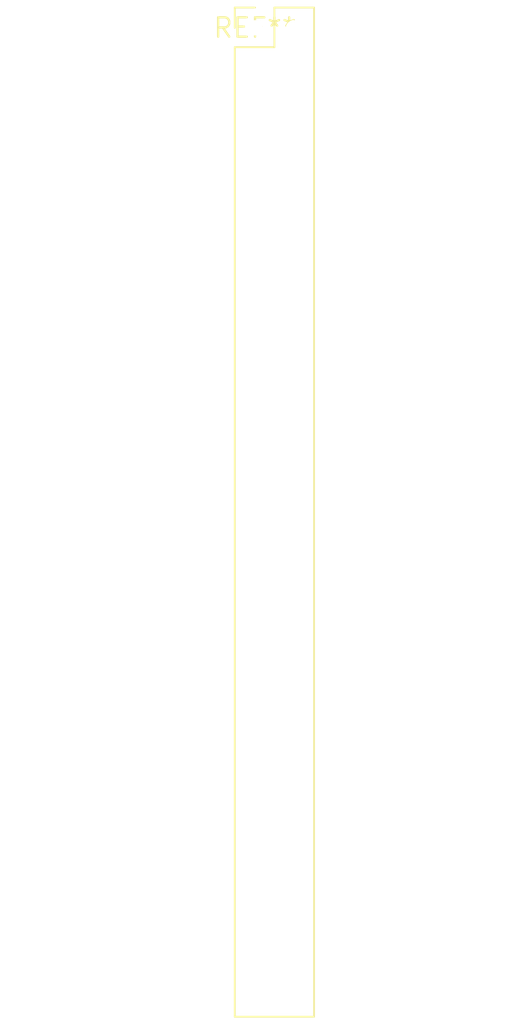
<source format=kicad_pcb>
(kicad_pcb (version 20240108) (generator pcbnew)
  (layers (0 "F.Cu" signal) (31 "B.Cu" signal) (34 "B.Paste" user) (35 "F.Paste" user) (36 "B.SilkS" user "B.Silkscreen") (37 "F.SilkS" user "F.Silkscreen") (38 "B.Mask" user) (39 "F.Mask" user) (44 "Edge.Cuts" user))
  (net 0 "")
  (footprint "PinHeader_2x26_P2.54mm_Vertical" (layer "F.Cu") (at 0 0)
    (property "Reference" "REF**")
    (property "Value" "PinHeader_2x26_P2.54mm_Vertical")
    (fp_line (start -1.33 -1.33) (end 0 -1.33) (layer "F.SilkS") (stroke (width 0.12)))
    (fp_line (start -1.33 0) (end -1.33 -1.33) (layer "F.SilkS") (stroke (width 0.12)))
    (fp_line (start -1.33 1.27) (end -1.33 64.83) (layer "F.SilkS") (stroke (width 0.12)))
    (fp_line (start -1.33 1.27) (end 1.27 1.27) (layer "F.SilkS") (stroke (width 0.12)))
    (fp_line (start -1.33 64.83) (end 3.87 64.83) (layer "F.SilkS") (stroke (width 0.12)))
    (fp_line (start 1.27 -1.33) (end 3.87 -1.33) (layer "F.SilkS") (stroke (width 0.12)))
    (fp_line (start 1.27 1.27) (end 1.27 -1.33) (layer "F.SilkS") (stroke (width 0.12)))
    (fp_line (start 3.87 -1.33) (end 3.87 64.83) (layer "F.SilkS") (stroke (width 0.12)))
    (pad "1" thru_hole rect (at 0 0) (size 1.7 1.7) (drill 1) (layers *.Cu *.Mask) (remove_unused_layers))
    (pad "2" thru_hole oval (at 2.54 0) (size 1.7 1.7) (drill 1) (layers *.Cu *.Mask) (remove_unused_layers))
    (pad "3" thru_hole oval (at 0 2.54) (size 1.7 1.7) (drill 1) (layers *.Cu *.Mask) (remove_unused_layers))
    (pad "4" thru_hole oval (at 2.54 2.54) (size 1.7 1.7) (drill 1) (layers *.Cu *.Mask) (remove_unused_layers))
    (pad "5" thru_hole oval (at 0 5.08) (size 1.7 1.7) (drill 1) (layers *.Cu *.Mask) (remove_unused_layers))
    (pad "6" thru_hole oval (at 2.54 5.08) (size 1.7 1.7) (drill 1) (layers *.Cu *.Mask) (remove_unused_layers))
    (pad "7" thru_hole oval (at 0 7.62) (size 1.7 1.7) (drill 1) (layers *.Cu *.Mask) (remove_unused_layers))
    (pad "8" thru_hole oval (at 2.54 7.62) (size 1.7 1.7) (drill 1) (layers *.Cu *.Mask) (remove_unused_layers))
    (pad "9" thru_hole oval (at 0 10.16) (size 1.7 1.7) (drill 1) (layers *.Cu *.Mask) (remove_unused_layers))
    (pad "10" thru_hole oval (at 2.54 10.16) (size 1.7 1.7) (drill 1) (layers *.Cu *.Mask) (remove_unused_layers))
    (pad "11" thru_hole oval (at 0 12.7) (size 1.7 1.7) (drill 1) (layers *.Cu *.Mask) (remove_unused_layers))
    (pad "12" thru_hole oval (at 2.54 12.7) (size 1.7 1.7) (drill 1) (layers *.Cu *.Mask) (remove_unused_layers))
    (pad "13" thru_hole oval (at 0 15.24) (size 1.7 1.7) (drill 1) (layers *.Cu *.Mask) (remove_unused_layers))
    (pad "14" thru_hole oval (at 2.54 15.24) (size 1.7 1.7) (drill 1) (layers *.Cu *.Mask) (remove_unused_layers))
    (pad "15" thru_hole oval (at 0 17.78) (size 1.7 1.7) (drill 1) (layers *.Cu *.Mask) (remove_unused_layers))
    (pad "16" thru_hole oval (at 2.54 17.78) (size 1.7 1.7) (drill 1) (layers *.Cu *.Mask) (remove_unused_layers))
    (pad "17" thru_hole oval (at 0 20.32) (size 1.7 1.7) (drill 1) (layers *.Cu *.Mask) (remove_unused_layers))
    (pad "18" thru_hole oval (at 2.54 20.32) (size 1.7 1.7) (drill 1) (layers *.Cu *.Mask) (remove_unused_layers))
    (pad "19" thru_hole oval (at 0 22.86) (size 1.7 1.7) (drill 1) (layers *.Cu *.Mask) (remove_unused_layers))
    (pad "20" thru_hole oval (at 2.54 22.86) (size 1.7 1.7) (drill 1) (layers *.Cu *.Mask) (remove_unused_layers))
    (pad "21" thru_hole oval (at 0 25.4) (size 1.7 1.7) (drill 1) (layers *.Cu *.Mask) (remove_unused_layers))
    (pad "22" thru_hole oval (at 2.54 25.4) (size 1.7 1.7) (drill 1) (layers *.Cu *.Mask) (remove_unused_layers))
    (pad "23" thru_hole oval (at 0 27.94) (size 1.7 1.7) (drill 1) (layers *.Cu *.Mask) (remove_unused_layers))
    (pad "24" thru_hole oval (at 2.54 27.94) (size 1.7 1.7) (drill 1) (layers *.Cu *.Mask) (remove_unused_layers))
    (pad "25" thru_hole oval (at 0 30.48) (size 1.7 1.7) (drill 1) (layers *.Cu *.Mask) (remove_unused_layers))
    (pad "26" thru_hole oval (at 2.54 30.48) (size 1.7 1.7) (drill 1) (layers *.Cu *.Mask) (remove_unused_layers))
    (pad "27" thru_hole oval (at 0 33.02) (size 1.7 1.7) (drill 1) (layers *.Cu *.Mask) (remove_unused_layers))
    (pad "28" thru_hole oval (at 2.54 33.02) (size 1.7 1.7) (drill 1) (layers *.Cu *.Mask) (remove_unused_layers))
    (pad "29" thru_hole oval (at 0 35.56) (size 1.7 1.7) (drill 1) (layers *.Cu *.Mask) (remove_unused_layers))
    (pad "30" thru_hole oval (at 2.54 35.56) (size 1.7 1.7) (drill 1) (layers *.Cu *.Mask) (remove_unused_layers))
    (pad "31" thru_hole oval (at 0 38.1) (size 1.7 1.7) (drill 1) (layers *.Cu *.Mask) (remove_unused_layers))
    (pad "32" thru_hole oval (at 2.54 38.1) (size 1.7 1.7) (drill 1) (layers *.Cu *.Mask) (remove_unused_layers))
    (pad "33" thru_hole oval (at 0 40.64) (size 1.7 1.7) (drill 1) (layers *.Cu *.Mask) (remove_unused_layers))
    (pad "34" thru_hole oval (at 2.54 40.64) (size 1.7 1.7) (drill 1) (layers *.Cu *.Mask) (remove_unused_layers))
    (pad "35" thru_hole oval (at 0 43.18) (size 1.7 1.7) (drill 1) (layers *.Cu *.Mask) (remove_unused_layers))
    (pad "36" thru_hole oval (at 2.54 43.18) (size 1.7 1.7) (drill 1) (layers *.Cu *.Mask) (remove_unused_layers))
    (pad "37" thru_hole oval (at 0 45.72) (size 1.7 1.7) (drill 1) (layers *.Cu *.Mask) (remove_unused_layers))
    (pad "38" thru_hole oval (at 2.54 45.72) (size 1.7 1.7) (drill 1) (layers *.Cu *.Mask) (remove_unused_layers))
    (pad "39" thru_hole oval (at 0 48.26) (size 1.7 1.7) (drill 1) (layers *.Cu *.Mask) (remove_unused_layers))
    (pad "40" thru_hole oval (at 2.54 48.26) (size 1.7 1.7) (drill 1) (layers *.Cu *.Mask) (remove_unused_layers))
    (pad "41" thru_hole oval (at 0 50.8) (size 1.7 1.7) (drill 1) (layers *.Cu *.Mask) (remove_unused_layers))
    (pad "42" thru_hole oval (at 2.54 50.8) (size 1.7 1.7) (drill 1) (layers *.Cu *.Mask) (remove_unused_layers))
    (pad "43" thru_hole oval (at 0 53.34) (size 1.7 1.7) (drill 1) (layers *.Cu *.Mask) (remove_unused_layers))
    (pad "44" thru_hole oval (at 2.54 53.34) (size 1.7 1.7) (drill 1) (layers *.Cu *.Mask) (remove_unused_layers))
    (pad "45" thru_hole oval (at 0 55.88) (size 1.7 1.7) (drill 1) (layers *.Cu *.Mask) (remove_unused_layers))
    (pad "46" thru_hole oval (at 2.54 55.88) (size 1.7 1.7) (drill 1) (layers *.Cu *.Mask) (remove_unused_layers))
    (pad "47" thru_hole oval (at 0 58.42) (size 1.7 1.7) (drill 1) (layers *.Cu *.Mask) (remove_unused_layers))
    (pad "48" thru_hole oval (at 2.54 58.42) (size 1.7 1.7) (drill 1) (layers *.Cu *.Mask) (remove_unused_layers))
    (pad "49" thru_hole oval (at 0 60.96) (size 1.7 1.7) (drill 1) (layers *.Cu *.Mask) (remove_unused_layers))
    (pad "50" thru_hole oval (at 2.54 60.96) (size 1.7 1.7) (drill 1) (layers *.Cu *.Mask) (remove_unused_layers))
    (pad "51" thru_hole oval (at 0 63.5) (size 1.7 1.7) (drill 1) (layers *.Cu *.Mask) (remove_unused_layers))
    (pad "52" thru_hole oval (at 2.54 63.5) (size 1.7 1.7) (drill 1) (layers *.Cu *.Mask) (remove_unused_layers))
  )
)
</source>
